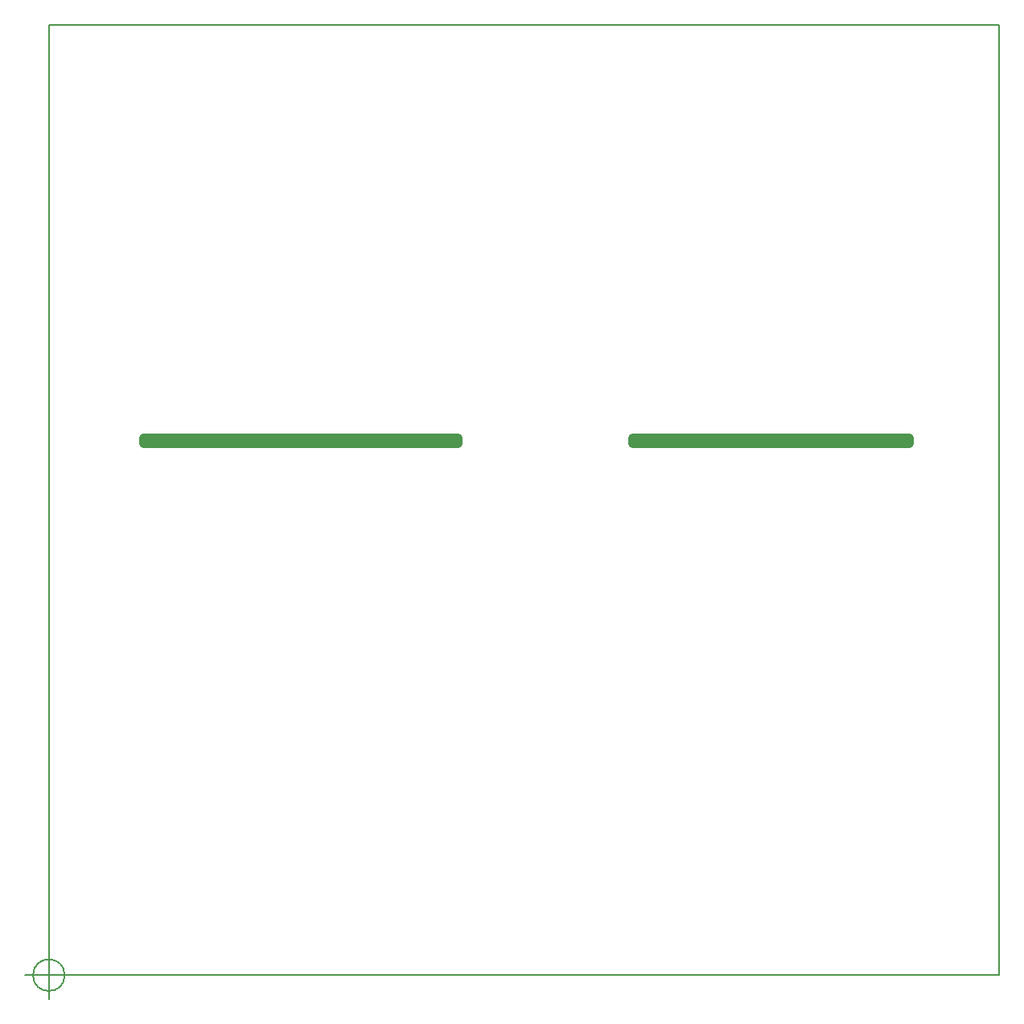
<source format=gbr>
%TF.GenerationSoftware,KiCad,Pcbnew,(5.0.0)*%
%TF.CreationDate,2019-01-15T18:54:47+01:00*%
%TF.ProjectId,KicadEuropower,4B696361644575726F706F7765722E6B,Rev B*%
%TF.SameCoordinates,Original*%
%TF.FileFunction,Profile,NP*%
%FSLAX46Y46*%
G04 Gerber Fmt 4.6, Leading zero omitted, Abs format (unit mm)*
G04 Created by KiCad (PCBNEW (5.0.0)) date 01/15/19 18:54:47*
%MOMM*%
%LPD*%
G01*
G04 APERTURE LIST*
%ADD10C,1.000000*%
%ADD11C,0.150000*%
%ADD12C,0.200000*%
G04 APERTURE END LIST*
D10*
X161500000Y-94000000D02*
X161500000Y-93500000D01*
X161500000Y-93500000D02*
X190500000Y-93500000D01*
X190500000Y-94000000D02*
X161500000Y-94000000D01*
X190500000Y-93500000D02*
X190500000Y-94000000D01*
X110000000Y-94000000D02*
X110000000Y-93500000D01*
X143000000Y-94000000D02*
X110000000Y-94000000D01*
X143000000Y-93500000D02*
X143000000Y-94000000D01*
X110000000Y-93500000D02*
X143000000Y-93500000D01*
D11*
X101666666Y-150000000D02*
G75*
G03X101666666Y-150000000I-1666666J0D01*
G01*
X97500000Y-150000000D02*
X102500000Y-150000000D01*
X100000000Y-147500000D02*
X100000000Y-152500000D01*
D12*
X200000000Y-50000000D02*
X100000000Y-50000000D01*
X200000000Y-150000000D02*
X200000000Y-50000000D01*
X100000000Y-150000000D02*
X200000000Y-150000000D01*
X100000000Y-50000000D02*
X100000000Y-150000000D01*
M02*

</source>
